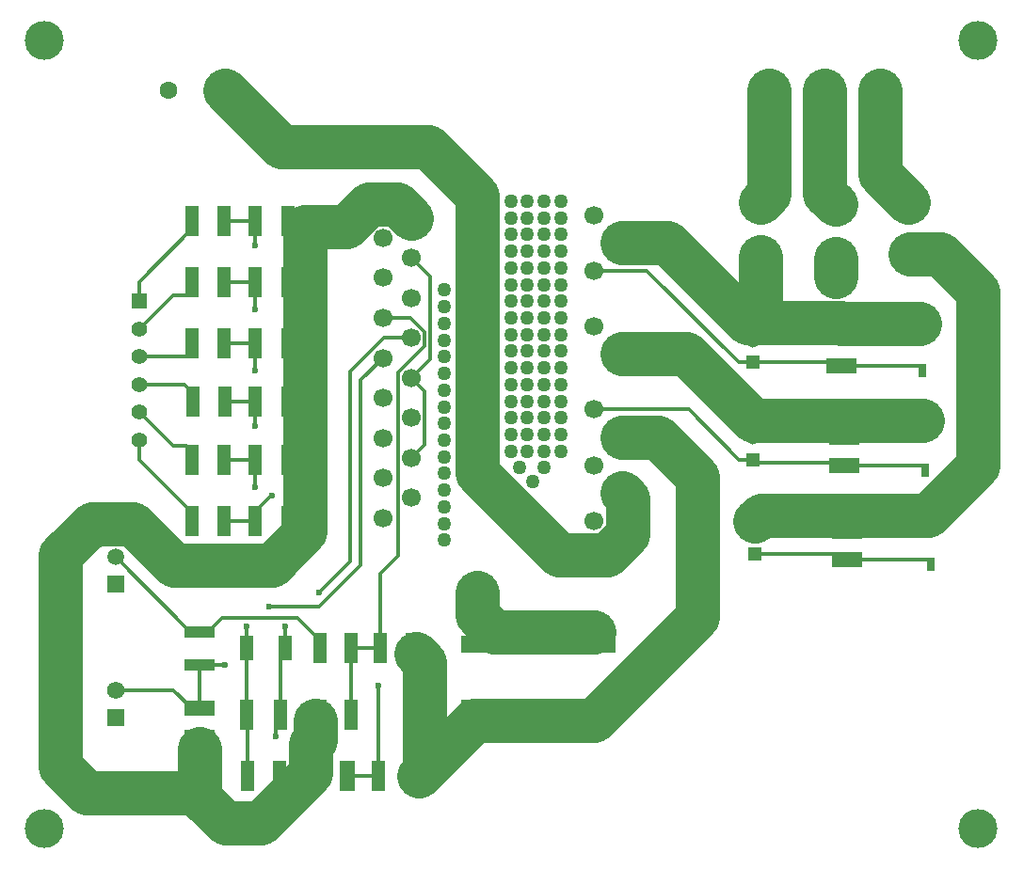
<source format=gtl>
G04*
G04 #@! TF.GenerationSoftware,Altium Limited,Altium Designer,23.4.1 (23)*
G04*
G04 Layer_Physical_Order=1*
G04 Layer_Color=255*
%FSLAX44Y44*%
%MOMM*%
G71*
G04*
G04 #@! TF.SameCoordinates,23056885-4623-4C4A-AB4B-1A291C1D203A*
G04*
G04*
G04 #@! TF.FilePolarity,Positive*
G04*
G01*
G75*
%ADD17R,2.7200X1.3500*%
%ADD18R,0.8000X1.3000*%
%ADD19R,1.2500X2.7000*%
%ADD20R,1.1500X2.7000*%
%ADD21R,2.8000X2.1500*%
%ADD22R,3.4500X1.6500*%
%ADD23R,2.7000X1.1000*%
%ADD24R,1.2500X2.3000*%
%ADD25R,1.3500X2.7200*%
%ADD47C,1.4000*%
%ADD48R,1.4000X1.4000*%
%ADD51C,4.0000*%
%ADD52C,0.3000*%
%ADD53C,1.6950*%
%ADD54C,1.9500*%
G04:AMPARAMS|DCode=55|XSize=1.95mm|YSize=1.95mm|CornerRadius=0.4875mm|HoleSize=0mm|Usage=FLASHONLY|Rotation=180.000|XOffset=0mm|YOffset=0mm|HoleType=Round|Shape=RoundedRectangle|*
%AMROUNDEDRECTD55*
21,1,1.9500,0.9750,0,0,180.0*
21,1,0.9750,1.9500,0,0,180.0*
1,1,0.9750,-0.4875,0.4875*
1,1,0.9750,0.4875,0.4875*
1,1,0.9750,0.4875,-0.4875*
1,1,0.9750,-0.4875,-0.4875*
%
%ADD55ROUNDEDRECTD55*%
%ADD56C,1.6000*%
%ADD57R,1.6000X1.6000*%
%ADD58C,3.5000*%
%ADD59C,1.5750*%
%ADD60R,1.5750X1.5750*%
%ADD61R,1.3000X1.3000*%
%ADD62C,1.3000*%
%ADD63C,1.5080*%
%ADD64R,1.5080X1.5080*%
%ADD65C,1.2700*%
%ADD66C,0.6000*%
D17*
X750000Y357100D02*
D03*
Y382900D02*
D03*
X170000Y138300D02*
D03*
Y112500D02*
D03*
X752500Y297900D02*
D03*
Y272100D02*
D03*
X747500Y472900D02*
D03*
Y447100D02*
D03*
D18*
X822500Y387000D02*
D03*
Y353000D02*
D03*
X827500Y268000D02*
D03*
Y302000D02*
D03*
X820000Y443000D02*
D03*
Y477000D02*
D03*
D19*
X306750Y192500D02*
D03*
X278250D02*
D03*
X361000D02*
D03*
X332500D02*
D03*
X278250Y132500D02*
D03*
X306750D02*
D03*
X163250Y467500D02*
D03*
X191750D02*
D03*
X163250Y577500D02*
D03*
X191750D02*
D03*
Y307500D02*
D03*
X163250D02*
D03*
X191750Y362500D02*
D03*
X163250D02*
D03*
X213250Y77500D02*
D03*
X241750D02*
D03*
X330750Y77500D02*
D03*
X359250D02*
D03*
X192500Y415000D02*
D03*
X164000D02*
D03*
X191750Y522500D02*
D03*
X163250D02*
D03*
D20*
X250000Y577500D02*
D03*
X220000D02*
D03*
X250000Y467500D02*
D03*
X220000D02*
D03*
Y307500D02*
D03*
X250000D02*
D03*
X220000Y362500D02*
D03*
X250000D02*
D03*
X220000Y415000D02*
D03*
X250000D02*
D03*
X242500Y132500D02*
D03*
X212500D02*
D03*
X220000Y522500D02*
D03*
X250000D02*
D03*
D21*
X807500Y545450D02*
D03*
Y594550D02*
D03*
X742500Y542950D02*
D03*
Y592050D02*
D03*
X675000Y545450D02*
D03*
Y594550D02*
D03*
D22*
X422500Y196000D02*
D03*
Y139000D02*
D03*
X475000Y196000D02*
D03*
Y139000D02*
D03*
X527500Y196000D02*
D03*
Y139000D02*
D03*
D23*
X170000Y177500D02*
D03*
Y207500D02*
D03*
D24*
X212750Y192500D02*
D03*
X247250D02*
D03*
D25*
X277100Y77500D02*
D03*
X302900D02*
D03*
D47*
X115500Y379999D02*
D03*
Y405000D02*
D03*
Y430000D02*
D03*
Y454999D02*
D03*
Y480000D02*
D03*
D48*
Y504999D02*
D03*
D51*
X742500Y527500D02*
Y542950D01*
X667500Y397500D02*
X820000D01*
X376182Y643818D02*
X420000Y600000D01*
Y350000D02*
X493331Y276669D01*
X420000Y350000D02*
Y600000D01*
X265000Y415000D02*
Y572500D01*
Y297500D02*
Y415000D01*
X420000Y222500D02*
X435000Y207500D01*
X525000D01*
X73432Y305000D02*
X110000D01*
X235000Y267500D02*
X265000Y297500D01*
X225000Y35000D02*
X270282Y80282D01*
X274125Y110000D02*
Y127500D01*
X270282Y106157D02*
X274125Y110000D01*
X270282Y80282D02*
Y106157D01*
X68432Y62593D02*
X165839D01*
X45000Y86025D02*
Y276569D01*
X73432Y305000D01*
X45000Y86025D02*
X68432Y62593D01*
X165839D02*
X170000Y58432D01*
Y102500D01*
Y58432D02*
X193431Y35000D01*
X225000D01*
X110000Y305000D02*
X147500Y267500D01*
X230408D01*
X243682Y643818D02*
X376182D01*
X302456Y572500D02*
X322463Y592507D01*
X347736D01*
X360243Y580000D01*
X265000Y572500D02*
X302456D01*
X360243Y580000D02*
X360500D01*
X493331Y276669D02*
X536813D01*
X555007Y294863D01*
X420000Y222500D02*
Y242500D01*
X367500Y77500D02*
X417500Y127500D01*
X422500D01*
X525000D01*
X617914Y220414D01*
X365000Y187500D02*
X372500Y180000D01*
Y90750D02*
Y180000D01*
X617914Y220414D02*
Y347086D01*
X582500Y382500D02*
X617914Y347086D01*
X549900Y382500D02*
X582500D01*
X549900Y382500D02*
X549900Y382500D01*
X549900Y457500D02*
X607500D01*
X667500Y397500D01*
X662500Y485468D02*
X747032D01*
X675000Y497968D02*
Y545450D01*
X662500Y485468D02*
X675000Y497968D01*
X549900Y557499D02*
X590469D01*
X662500Y485468D01*
X747500Y485000D02*
X817500D01*
X742500Y527500D02*
X742500Y527500D01*
X747032Y485468D02*
X747500Y485000D01*
X752500Y312500D02*
X825000D01*
X675625Y312500D02*
X752500Y312500D01*
X670000Y306875D02*
X675625Y312500D01*
X836551Y547500D02*
X870000Y514051D01*
X825000Y312500D02*
X870000Y357500D01*
Y514051D01*
X809550Y547500D02*
X836551D01*
X555007Y294863D02*
Y327393D01*
X549900Y332500D02*
X555007Y327393D01*
X192500Y695000D02*
X243682Y643818D01*
X782502Y619548D02*
Y695000D01*
Y619548D02*
X807500Y594550D01*
X732503Y602048D02*
Y695000D01*
Y602048D02*
X742500Y592050D01*
X682503Y602053D02*
Y695000D01*
X675000Y594550D02*
X682503Y602053D01*
D52*
X315000Y267500D02*
Y433900D01*
X232500Y230000D02*
X277500D01*
X315000Y267500D01*
Y433900D02*
X335100Y453999D01*
X277500Y242500D02*
X305762Y270762D01*
Y441642D01*
X212500Y212500D02*
X212750Y212250D01*
Y192500D02*
Y212250D01*
X348493Y275993D02*
Y440973D01*
X332500Y192500D02*
Y260000D01*
X348493Y275993D01*
X372507Y464987D02*
Y476973D01*
X360500Y436000D02*
X377539Y453039D01*
X359480Y490000D02*
X372507Y476973D01*
X377539Y453039D02*
Y526961D01*
X335100Y490000D02*
X359480D01*
X348493Y440973D02*
X372507Y464987D01*
X360500Y544000D02*
X377539Y526961D01*
X305762Y441642D02*
X336119Y472000D01*
X360500D01*
X247250Y192500D02*
Y212250D01*
X178000Y207500D02*
X190500Y220000D01*
X258000D02*
X278250Y199750D01*
X190500Y220000D02*
X258000D01*
X752500Y272100D02*
X825000D01*
X827500Y269600D01*
Y268000D02*
Y269600D01*
X670000Y277500D02*
X740250D01*
X745650Y272100D01*
X752500D01*
X524500Y407500D02*
X610000D01*
X655000Y362500D02*
X667500D01*
X610000Y407500D02*
X655000Y362500D01*
X670000Y360000D02*
X747100D01*
X750000Y357100D01*
X820000D01*
X822500Y354600D01*
Y353000D02*
Y354600D01*
X572500Y532500D02*
X655000Y450000D01*
X744600D01*
X524500Y532500D02*
X572500D01*
X747500Y447100D02*
X817500D01*
X820000Y444600D01*
Y443000D02*
Y444600D01*
X744600Y450000D02*
X747500Y447100D01*
X192500Y177500D02*
X192500Y177500D01*
X170000Y177500D02*
X192500D01*
X330750Y77500D02*
Y159250D01*
X162000Y207500D02*
X178000D01*
X278250Y192500D02*
Y199750D01*
X170000Y138300D02*
Y177500D01*
X360500Y436000D02*
X372507Y423993D01*
Y376007D02*
Y423993D01*
X360500Y364000D02*
X372507Y376007D01*
X234750Y330000D02*
X235000D01*
X220000Y307500D02*
Y315250D01*
X234750Y330000D01*
X220000Y337500D02*
X220000Y337500D01*
Y362500D01*
X220000Y392500D02*
X220000Y392500D01*
Y415000D01*
X220000Y442500D02*
X220000Y442500D01*
Y467500D01*
X220000Y577500D02*
X220000Y577500D01*
X220000Y555000D02*
Y577500D01*
Y497500D02*
Y522500D01*
X220000Y522500D01*
X238526Y113420D02*
Y128526D01*
X242500Y132500D01*
Y187750D01*
X94750Y274750D02*
Y275000D01*
Y274750D02*
X162000Y207500D01*
X95000Y155000D02*
X146450D01*
X163150Y138300D01*
X170000D01*
X115500Y504999D02*
Y522500D01*
X163250Y570250D01*
Y577500D01*
X115500Y480000D02*
X146001Y510500D01*
X158500D01*
X163250Y515250D01*
Y522500D01*
X115500Y454999D02*
X116001Y455500D01*
X158500D01*
X163250Y460250D01*
Y467500D01*
X115500Y430000D02*
X156250D01*
X164000Y422250D01*
Y415000D02*
Y422250D01*
X115500Y405000D02*
X146000Y374500D01*
X158500D01*
X163250Y369750D01*
Y362500D02*
Y369750D01*
X115500Y362500D02*
Y379999D01*
Y362500D02*
X163250Y314750D01*
Y307500D02*
Y314750D01*
X115500Y379999D02*
X118001D01*
X191750Y577500D02*
X220000D01*
X191750Y522500D02*
X220000D01*
X191750Y467500D02*
X220000D01*
X192500Y415000D02*
X220000D01*
X191750Y362500D02*
X220000D01*
X191750Y307500D02*
X220000D01*
X212500Y192250D02*
X212750Y192500D01*
X212500Y132500D02*
Y192250D01*
X213250Y77500D02*
Y131750D01*
X212500Y132500D02*
X213250Y131750D01*
X242500Y187750D02*
X247250Y192500D01*
X302900Y77500D02*
X330750D01*
X306750Y192500D02*
X332500D01*
X306750D02*
X306750Y192500D01*
Y132500D02*
Y192500D01*
D53*
X524500Y582500D02*
D03*
X549900Y557499D02*
D03*
X524500Y532500D02*
D03*
Y482500D02*
D03*
X549900Y457500D02*
D03*
X524500Y407500D02*
D03*
X549900Y382500D02*
D03*
X524500Y357500D02*
D03*
X549900Y332500D02*
D03*
X524500Y307499D02*
D03*
X335100Y310000D02*
D03*
X360500Y328000D02*
D03*
X335100Y346000D02*
D03*
X360500Y364000D02*
D03*
X335100Y382000D02*
D03*
X360500Y400000D02*
D03*
X335100Y418000D02*
D03*
X360500Y436000D02*
D03*
X335100Y453999D02*
D03*
X360500Y472000D02*
D03*
X335100Y490000D02*
D03*
X360500Y508000D02*
D03*
X335100Y526000D02*
D03*
X360500Y544000D02*
D03*
X335100Y562000D02*
D03*
X360500Y580000D02*
D03*
X420000Y245000D02*
D03*
X582500Y382500D02*
D03*
X742500Y527500D02*
D03*
D54*
X682503Y695000D02*
D03*
X732503D02*
D03*
D55*
X782502D02*
D03*
D56*
X142500Y695000D02*
D03*
D57*
X192500D02*
D03*
D58*
X30000Y740000D02*
D03*
Y30000D02*
D03*
X870000D02*
D03*
Y740000D02*
D03*
D59*
X95000Y155000D02*
D03*
D60*
Y130000D02*
D03*
D61*
X667500Y362500D02*
D03*
Y450000D02*
D03*
X670000Y277500D02*
D03*
D62*
X667500Y382500D02*
D03*
Y470000D02*
D03*
X670000Y297500D02*
D03*
D63*
X94750Y300000D02*
D03*
Y275000D02*
D03*
D64*
Y250000D02*
D03*
D65*
X470000Y342500D02*
D03*
X390000Y320000D02*
D03*
Y305000D02*
D03*
Y290000D02*
D03*
Y335000D02*
D03*
Y425000D02*
D03*
Y410000D02*
D03*
Y395000D02*
D03*
Y350000D02*
D03*
Y365000D02*
D03*
Y380000D02*
D03*
Y470000D02*
D03*
Y455000D02*
D03*
Y440000D02*
D03*
Y485000D02*
D03*
Y500000D02*
D03*
Y515000D02*
D03*
X480000Y355000D02*
D03*
X457500D02*
D03*
X450000Y370000D02*
D03*
X465000D02*
D03*
X480000D02*
D03*
X495000D02*
D03*
X450000Y385000D02*
D03*
X465000D02*
D03*
X480000D02*
D03*
X495000D02*
D03*
X450000Y400000D02*
D03*
X465000D02*
D03*
X480000D02*
D03*
X495000D02*
D03*
X450000Y415000D02*
D03*
X465000D02*
D03*
X480000D02*
D03*
X495000D02*
D03*
X450000Y430000D02*
D03*
X465000D02*
D03*
X480000D02*
D03*
X495000D02*
D03*
X450000Y445000D02*
D03*
X465000D02*
D03*
X480000D02*
D03*
X495000D02*
D03*
X450000Y460000D02*
D03*
X465000D02*
D03*
X480000D02*
D03*
X495000D02*
D03*
X450000Y475000D02*
D03*
X465000D02*
D03*
X480000D02*
D03*
X495000D02*
D03*
X450000Y490000D02*
D03*
X465000D02*
D03*
X480000D02*
D03*
X495000D02*
D03*
X450000Y505000D02*
D03*
X465000D02*
D03*
X480000D02*
D03*
X495000D02*
D03*
X450000Y520000D02*
D03*
X465000D02*
D03*
X480000D02*
D03*
X495000D02*
D03*
X450000Y535000D02*
D03*
X465000D02*
D03*
X480000D02*
D03*
X495000D02*
D03*
X450000Y550000D02*
D03*
X465000D02*
D03*
X480000D02*
D03*
X495000D02*
D03*
X450000Y565000D02*
D03*
X465000D02*
D03*
X480000D02*
D03*
X495000D02*
D03*
X450000Y580000D02*
D03*
X465000D02*
D03*
X480000D02*
D03*
X495000D02*
D03*
Y595000D02*
D03*
X480000D02*
D03*
X465000D02*
D03*
X450000D02*
D03*
D66*
X232500Y230000D02*
D03*
X212500Y212500D02*
D03*
X277500Y242500D02*
D03*
X247250Y212250D02*
D03*
X192500Y177500D02*
D03*
X330750Y159250D02*
D03*
X235000Y330000D02*
D03*
X220000Y337500D02*
D03*
Y392500D02*
D03*
Y442500D02*
D03*
Y555000D02*
D03*
Y497500D02*
D03*
X238526Y113420D02*
D03*
M02*

</source>
